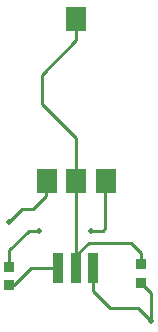
<source format=gtl>
G04*
G04 #@! TF.GenerationSoftware,Altium Limited,Altium Designer,18.1.11 (251)*
G04*
G04 Layer_Physical_Order=1*
G04 Layer_Color=255*
%FSLAX42Y42*%
%MOMM*%
G71*
G01*
G75*
%ADD11C,0.25*%
%ADD13R,0.95X0.85*%
%ADD14R,1.80X2.00*%
%ADD15R,0.85X2.65*%
%ADD21C,0.50*%
D11*
X550Y965D02*
X630D01*
X1053Y863D02*
X1409D01*
X1500Y772D01*
Y680D02*
Y772D01*
Y520D02*
X1582Y438D01*
Y198D02*
Y438D01*
X692Y1377D02*
X697Y1382D01*
X692Y1255D02*
Y1377D01*
X948Y757D02*
X1053Y863D01*
X942Y752D02*
X948Y757D01*
Y1382D01*
X1192Y1377D02*
X1198Y1382D01*
X1192Y985D02*
Y1377D01*
X948Y1382D02*
Y1745D01*
X654Y2038D02*
X948Y1745D01*
X654Y2038D02*
Y2284D01*
X948Y2577D01*
Y2752D01*
X382Y500D02*
X420D01*
X565Y645D01*
X942D02*
Y752D01*
X1073Y965D02*
X1173D01*
X1192Y985D01*
X565Y645D02*
X775D01*
X792D01*
X1235Y308D02*
X1473D01*
X1092Y450D02*
X1235Y308D01*
X1092Y450D02*
Y645D01*
X382Y797D02*
X550Y965D01*
X382Y660D02*
Y797D01*
X1473Y308D02*
X1582Y198D01*
X375Y1035D02*
X485Y1145D01*
X583D01*
X692Y1255D01*
D13*
X1500Y520D02*
D03*
Y680D02*
D03*
X382Y660D02*
D03*
Y500D02*
D03*
D14*
X697Y1382D02*
D03*
X948D02*
D03*
X1198D02*
D03*
X948Y2752D02*
D03*
D15*
X792Y645D02*
D03*
X942D02*
D03*
X1092D02*
D03*
D21*
X630Y965D02*
D03*
X1073D02*
D03*
X1582Y198D02*
D03*
X375Y1035D02*
D03*
M02*

</source>
